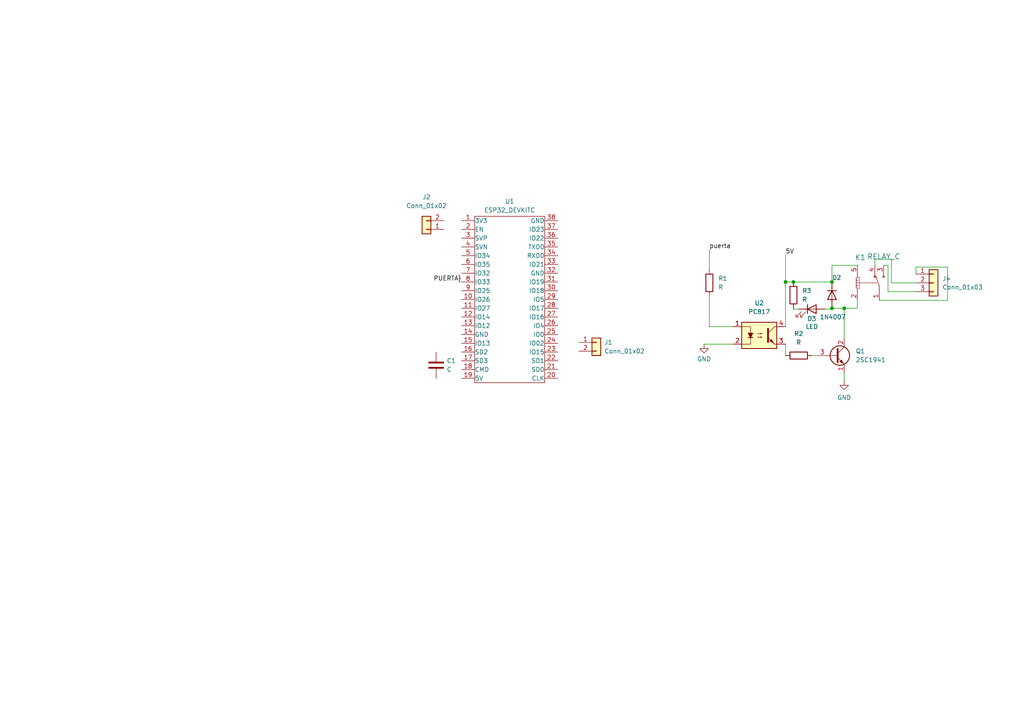
<source format=kicad_sch>
(kicad_sch
	(version 20250114)
	(generator "eeschema")
	(generator_version "9.0")
	(uuid "62cd6738-7e3c-4400-b5dc-5d24721fd673")
	(paper "A4")
	(lib_symbols
		(symbol "Connector_Generic:Conn_01x02"
			(pin_names
				(offset 1.016)
				(hide yes)
			)
			(exclude_from_sim no)
			(in_bom yes)
			(on_board yes)
			(property "Reference" "J"
				(at 0 2.54 0)
				(effects
					(font
						(size 1.27 1.27)
					)
				)
			)
			(property "Value" "Conn_01x02"
				(at 0 -5.08 0)
				(effects
					(font
						(size 1.27 1.27)
					)
				)
			)
			(property "Footprint" ""
				(at 0 0 0)
				(effects
					(font
						(size 1.27 1.27)
					)
					(hide yes)
				)
			)
			(property "Datasheet" "~"
				(at 0 0 0)
				(effects
					(font
						(size 1.27 1.27)
					)
					(hide yes)
				)
			)
			(property "Description" "Generic connector, single row, 01x02, script generated (kicad-library-utils/schlib/autogen/connector/)"
				(at 0 0 0)
				(effects
					(font
						(size 1.27 1.27)
					)
					(hide yes)
				)
			)
			(property "ki_keywords" "connector"
				(at 0 0 0)
				(effects
					(font
						(size 1.27 1.27)
					)
					(hide yes)
				)
			)
			(property "ki_fp_filters" "Connector*:*_1x??_*"
				(at 0 0 0)
				(effects
					(font
						(size 1.27 1.27)
					)
					(hide yes)
				)
			)
			(symbol "Conn_01x02_1_1"
				(rectangle
					(start -1.27 1.27)
					(end 1.27 -3.81)
					(stroke
						(width 0.254)
						(type default)
					)
					(fill
						(type background)
					)
				)
				(rectangle
					(start -1.27 0.127)
					(end 0 -0.127)
					(stroke
						(width 0.1524)
						(type default)
					)
					(fill
						(type none)
					)
				)
				(rectangle
					(start -1.27 -2.413)
					(end 0 -2.667)
					(stroke
						(width 0.1524)
						(type default)
					)
					(fill
						(type none)
					)
				)
				(pin passive line
					(at -5.08 0 0)
					(length 3.81)
					(name "Pin_1"
						(effects
							(font
								(size 1.27 1.27)
							)
						)
					)
					(number "1"
						(effects
							(font
								(size 1.27 1.27)
							)
						)
					)
				)
				(pin passive line
					(at -5.08 -2.54 0)
					(length 3.81)
					(name "Pin_2"
						(effects
							(font
								(size 1.27 1.27)
							)
						)
					)
					(number "2"
						(effects
							(font
								(size 1.27 1.27)
							)
						)
					)
				)
			)
			(embedded_fonts no)
		)
		(symbol "Connector_Generic:Conn_01x03"
			(pin_names
				(offset 1.016)
				(hide yes)
			)
			(exclude_from_sim no)
			(in_bom yes)
			(on_board yes)
			(property "Reference" "J"
				(at 0 5.08 0)
				(effects
					(font
						(size 1.27 1.27)
					)
				)
			)
			(property "Value" "Conn_01x03"
				(at 0 -5.08 0)
				(effects
					(font
						(size 1.27 1.27)
					)
				)
			)
			(property "Footprint" ""
				(at 0 0 0)
				(effects
					(font
						(size 1.27 1.27)
					)
					(hide yes)
				)
			)
			(property "Datasheet" "~"
				(at 0 0 0)
				(effects
					(font
						(size 1.27 1.27)
					)
					(hide yes)
				)
			)
			(property "Description" "Generic connector, single row, 01x03, script generated (kicad-library-utils/schlib/autogen/connector/)"
				(at 0 0 0)
				(effects
					(font
						(size 1.27 1.27)
					)
					(hide yes)
				)
			)
			(property "ki_keywords" "connector"
				(at 0 0 0)
				(effects
					(font
						(size 1.27 1.27)
					)
					(hide yes)
				)
			)
			(property "ki_fp_filters" "Connector*:*_1x??_*"
				(at 0 0 0)
				(effects
					(font
						(size 1.27 1.27)
					)
					(hide yes)
				)
			)
			(symbol "Conn_01x03_1_1"
				(rectangle
					(start -1.27 3.81)
					(end 1.27 -3.81)
					(stroke
						(width 0.254)
						(type default)
					)
					(fill
						(type background)
					)
				)
				(rectangle
					(start -1.27 2.667)
					(end 0 2.413)
					(stroke
						(width 0.1524)
						(type default)
					)
					(fill
						(type none)
					)
				)
				(rectangle
					(start -1.27 0.127)
					(end 0 -0.127)
					(stroke
						(width 0.1524)
						(type default)
					)
					(fill
						(type none)
					)
				)
				(rectangle
					(start -1.27 -2.413)
					(end 0 -2.667)
					(stroke
						(width 0.1524)
						(type default)
					)
					(fill
						(type none)
					)
				)
				(pin passive line
					(at -5.08 2.54 0)
					(length 3.81)
					(name "Pin_1"
						(effects
							(font
								(size 1.27 1.27)
							)
						)
					)
					(number "1"
						(effects
							(font
								(size 1.27 1.27)
							)
						)
					)
				)
				(pin passive line
					(at -5.08 0 0)
					(length 3.81)
					(name "Pin_2"
						(effects
							(font
								(size 1.27 1.27)
							)
						)
					)
					(number "2"
						(effects
							(font
								(size 1.27 1.27)
							)
						)
					)
				)
				(pin passive line
					(at -5.08 -2.54 0)
					(length 3.81)
					(name "Pin_3"
						(effects
							(font
								(size 1.27 1.27)
							)
						)
					)
					(number "3"
						(effects
							(font
								(size 1.27 1.27)
							)
						)
					)
				)
			)
			(embedded_fonts no)
		)
		(symbol "Device:C"
			(pin_numbers
				(hide yes)
			)
			(pin_names
				(offset 0.254)
			)
			(exclude_from_sim no)
			(in_bom yes)
			(on_board yes)
			(property "Reference" "C"
				(at 0.635 2.54 0)
				(effects
					(font
						(size 1.27 1.27)
					)
					(justify left)
				)
			)
			(property "Value" "C"
				(at 0.635 -2.54 0)
				(effects
					(font
						(size 1.27 1.27)
					)
					(justify left)
				)
			)
			(property "Footprint" ""
				(at 0.9652 -3.81 0)
				(effects
					(font
						(size 1.27 1.27)
					)
					(hide yes)
				)
			)
			(property "Datasheet" "~"
				(at 0 0 0)
				(effects
					(font
						(size 1.27 1.27)
					)
					(hide yes)
				)
			)
			(property "Description" "Unpolarized capacitor"
				(at 0 0 0)
				(effects
					(font
						(size 1.27 1.27)
					)
					(hide yes)
				)
			)
			(property "ki_keywords" "cap capacitor"
				(at 0 0 0)
				(effects
					(font
						(size 1.27 1.27)
					)
					(hide yes)
				)
			)
			(property "ki_fp_filters" "C_*"
				(at 0 0 0)
				(effects
					(font
						(size 1.27 1.27)
					)
					(hide yes)
				)
			)
			(symbol "C_0_1"
				(polyline
					(pts
						(xy -2.032 0.762) (xy 2.032 0.762)
					)
					(stroke
						(width 0.508)
						(type default)
					)
					(fill
						(type none)
					)
				)
				(polyline
					(pts
						(xy -2.032 -0.762) (xy 2.032 -0.762)
					)
					(stroke
						(width 0.508)
						(type default)
					)
					(fill
						(type none)
					)
				)
			)
			(symbol "C_1_1"
				(pin passive line
					(at 0 3.81 270)
					(length 2.794)
					(name "~"
						(effects
							(font
								(size 1.27 1.27)
							)
						)
					)
					(number "1"
						(effects
							(font
								(size 1.27 1.27)
							)
						)
					)
				)
				(pin passive line
					(at 0 -3.81 90)
					(length 2.794)
					(name "~"
						(effects
							(font
								(size 1.27 1.27)
							)
						)
					)
					(number "2"
						(effects
							(font
								(size 1.27 1.27)
							)
						)
					)
				)
			)
			(embedded_fonts no)
		)
		(symbol "Device:LED"
			(pin_numbers
				(hide yes)
			)
			(pin_names
				(offset 1.016)
				(hide yes)
			)
			(exclude_from_sim no)
			(in_bom yes)
			(on_board yes)
			(property "Reference" "D"
				(at 0 2.54 0)
				(effects
					(font
						(size 1.27 1.27)
					)
				)
			)
			(property "Value" "LED"
				(at 0 -2.54 0)
				(effects
					(font
						(size 1.27 1.27)
					)
				)
			)
			(property "Footprint" ""
				(at 0 0 0)
				(effects
					(font
						(size 1.27 1.27)
					)
					(hide yes)
				)
			)
			(property "Datasheet" "~"
				(at 0 0 0)
				(effects
					(font
						(size 1.27 1.27)
					)
					(hide yes)
				)
			)
			(property "Description" "Light emitting diode"
				(at 0 0 0)
				(effects
					(font
						(size 1.27 1.27)
					)
					(hide yes)
				)
			)
			(property "Sim.Pins" "1=K 2=A"
				(at 0 0 0)
				(effects
					(font
						(size 1.27 1.27)
					)
					(hide yes)
				)
			)
			(property "ki_keywords" "LED diode"
				(at 0 0 0)
				(effects
					(font
						(size 1.27 1.27)
					)
					(hide yes)
				)
			)
			(property "ki_fp_filters" "LED* LED_SMD:* LED_THT:*"
				(at 0 0 0)
				(effects
					(font
						(size 1.27 1.27)
					)
					(hide yes)
				)
			)
			(symbol "LED_0_1"
				(polyline
					(pts
						(xy -3.048 -0.762) (xy -4.572 -2.286) (xy -3.81 -2.286) (xy -4.572 -2.286) (xy -4.572 -1.524)
					)
					(stroke
						(width 0)
						(type default)
					)
					(fill
						(type none)
					)
				)
				(polyline
					(pts
						(xy -1.778 -0.762) (xy -3.302 -2.286) (xy -2.54 -2.286) (xy -3.302 -2.286) (xy -3.302 -1.524)
					)
					(stroke
						(width 0)
						(type default)
					)
					(fill
						(type none)
					)
				)
				(polyline
					(pts
						(xy -1.27 0) (xy 1.27 0)
					)
					(stroke
						(width 0)
						(type default)
					)
					(fill
						(type none)
					)
				)
				(polyline
					(pts
						(xy -1.27 -1.27) (xy -1.27 1.27)
					)
					(stroke
						(width 0.254)
						(type default)
					)
					(fill
						(type none)
					)
				)
				(polyline
					(pts
						(xy 1.27 -1.27) (xy 1.27 1.27) (xy -1.27 0) (xy 1.27 -1.27)
					)
					(stroke
						(width 0.254)
						(type default)
					)
					(fill
						(type none)
					)
				)
			)
			(symbol "LED_1_1"
				(pin passive line
					(at -3.81 0 0)
					(length 2.54)
					(name "K"
						(effects
							(font
								(size 1.27 1.27)
							)
						)
					)
					(number "1"
						(effects
							(font
								(size 1.27 1.27)
							)
						)
					)
				)
				(pin passive line
					(at 3.81 0 180)
					(length 2.54)
					(name "A"
						(effects
							(font
								(size 1.27 1.27)
							)
						)
					)
					(number "2"
						(effects
							(font
								(size 1.27 1.27)
							)
						)
					)
				)
			)
			(embedded_fonts no)
		)
		(symbol "Device:R"
			(pin_numbers
				(hide yes)
			)
			(pin_names
				(offset 0)
			)
			(exclude_from_sim no)
			(in_bom yes)
			(on_board yes)
			(property "Reference" "R"
				(at 2.032 0 90)
				(effects
					(font
						(size 1.27 1.27)
					)
				)
			)
			(property "Value" "R"
				(at 0 0 90)
				(effects
					(font
						(size 1.27 1.27)
					)
				)
			)
			(property "Footprint" ""
				(at -1.778 0 90)
				(effects
					(font
						(size 1.27 1.27)
					)
					(hide yes)
				)
			)
			(property "Datasheet" "~"
				(at 0 0 0)
				(effects
					(font
						(size 1.27 1.27)
					)
					(hide yes)
				)
			)
			(property "Description" "Resistor"
				(at 0 0 0)
				(effects
					(font
						(size 1.27 1.27)
					)
					(hide yes)
				)
			)
			(property "ki_keywords" "R res resistor"
				(at 0 0 0)
				(effects
					(font
						(size 1.27 1.27)
					)
					(hide yes)
				)
			)
			(property "ki_fp_filters" "R_*"
				(at 0 0 0)
				(effects
					(font
						(size 1.27 1.27)
					)
					(hide yes)
				)
			)
			(symbol "R_0_1"
				(rectangle
					(start -1.016 -2.54)
					(end 1.016 2.54)
					(stroke
						(width 0.254)
						(type default)
					)
					(fill
						(type none)
					)
				)
			)
			(symbol "R_1_1"
				(pin passive line
					(at 0 3.81 270)
					(length 1.27)
					(name "~"
						(effects
							(font
								(size 1.27 1.27)
							)
						)
					)
					(number "1"
						(effects
							(font
								(size 1.27 1.27)
							)
						)
					)
				)
				(pin passive line
					(at 0 -3.81 90)
					(length 1.27)
					(name "~"
						(effects
							(font
								(size 1.27 1.27)
							)
						)
					)
					(number "2"
						(effects
							(font
								(size 1.27 1.27)
							)
						)
					)
				)
			)
			(embedded_fonts no)
		)
		(symbol "Diode:1N4007"
			(pin_numbers
				(hide yes)
			)
			(pin_names
				(hide yes)
			)
			(exclude_from_sim no)
			(in_bom yes)
			(on_board yes)
			(property "Reference" "D"
				(at 0 2.54 0)
				(effects
					(font
						(size 1.27 1.27)
					)
				)
			)
			(property "Value" "1N4007"
				(at 0 -2.54 0)
				(effects
					(font
						(size 1.27 1.27)
					)
				)
			)
			(property "Footprint" "Diode_THT:D_DO-41_SOD81_P10.16mm_Horizontal"
				(at 0 -4.445 0)
				(effects
					(font
						(size 1.27 1.27)
					)
					(hide yes)
				)
			)
			(property "Datasheet" "http://www.vishay.com/docs/88503/1n4001.pdf"
				(at 0 0 0)
				(effects
					(font
						(size 1.27 1.27)
					)
					(hide yes)
				)
			)
			(property "Description" "1000V 1A General Purpose Rectifier Diode, DO-41"
				(at 0 0 0)
				(effects
					(font
						(size 1.27 1.27)
					)
					(hide yes)
				)
			)
			(property "Sim.Device" "D"
				(at 0 0 0)
				(effects
					(font
						(size 1.27 1.27)
					)
					(hide yes)
				)
			)
			(property "Sim.Pins" "1=K 2=A"
				(at 0 0 0)
				(effects
					(font
						(size 1.27 1.27)
					)
					(hide yes)
				)
			)
			(property "ki_keywords" "diode"
				(at 0 0 0)
				(effects
					(font
						(size 1.27 1.27)
					)
					(hide yes)
				)
			)
			(property "ki_fp_filters" "D*DO?41*"
				(at 0 0 0)
				(effects
					(font
						(size 1.27 1.27)
					)
					(hide yes)
				)
			)
			(symbol "1N4007_0_1"
				(polyline
					(pts
						(xy -1.27 1.27) (xy -1.27 -1.27)
					)
					(stroke
						(width 0.254)
						(type default)
					)
					(fill
						(type none)
					)
				)
				(polyline
					(pts
						(xy 1.27 1.27) (xy 1.27 -1.27) (xy -1.27 0) (xy 1.27 1.27)
					)
					(stroke
						(width 0.254)
						(type default)
					)
					(fill
						(type none)
					)
				)
				(polyline
					(pts
						(xy 1.27 0) (xy -1.27 0)
					)
					(stroke
						(width 0)
						(type default)
					)
					(fill
						(type none)
					)
				)
			)
			(symbol "1N4007_1_1"
				(pin passive line
					(at -3.81 0 0)
					(length 2.54)
					(name "K"
						(effects
							(font
								(size 1.27 1.27)
							)
						)
					)
					(number "1"
						(effects
							(font
								(size 1.27 1.27)
							)
						)
					)
				)
				(pin passive line
					(at 3.81 0 180)
					(length 2.54)
					(name "A"
						(effects
							(font
								(size 1.27 1.27)
							)
						)
					)
					(number "2"
						(effects
							(font
								(size 1.27 1.27)
							)
						)
					)
				)
			)
			(embedded_fonts no)
		)
		(symbol "EESTN5:ESP32_DEVKITC"
			(pin_names
				(offset 0.0254)
			)
			(exclude_from_sim no)
			(in_bom yes)
			(on_board yes)
			(property "Reference" "U"
				(at 0 25.4 0)
				(effects
					(font
						(size 1.27 1.27)
					)
				)
			)
			(property "Value" "ESP32_DEVKITC"
				(at 0 -25.4 0)
				(effects
					(font
						(size 1.27 1.27)
					)
				)
			)
			(property "Footprint" ""
				(at -7.62 -25.4 0)
				(effects
					(font
						(size 1.27 1.27)
					)
					(hide yes)
				)
			)
			(property "Datasheet" ""
				(at -7.62 -25.4 0)
				(effects
					(font
						(size 1.27 1.27)
					)
					(hide yes)
				)
			)
			(property "Description" "ESP32-DEVKITC"
				(at 0 0 0)
				(effects
					(font
						(size 1.27 1.27)
					)
					(hide yes)
				)
			)
			(property "ki_fp_filters" "ESP32*"
				(at 0 0 0)
				(effects
					(font
						(size 1.27 1.27)
					)
					(hide yes)
				)
			)
			(symbol "ESP32_DEVKITC_0_1"
				(rectangle
					(start -10.16 24.13)
					(end 10.16 -24.13)
					(stroke
						(width 0)
						(type solid)
					)
					(fill
						(type none)
					)
				)
			)
			(symbol "ESP32_DEVKITC_1_1"
				(pin passive line
					(at -13.97 22.86 0)
					(length 3.81)
					(name "3V3"
						(effects
							(font
								(size 1.27 1.27)
							)
						)
					)
					(number "1"
						(effects
							(font
								(size 1.27 1.27)
							)
						)
					)
				)
				(pin passive line
					(at -13.97 20.32 0)
					(length 3.81)
					(name "EN"
						(effects
							(font
								(size 1.27 1.27)
							)
						)
					)
					(number "2"
						(effects
							(font
								(size 1.27 1.27)
							)
						)
					)
				)
				(pin passive line
					(at -13.97 17.78 0)
					(length 3.81)
					(name "SVP"
						(effects
							(font
								(size 1.27 1.27)
							)
						)
					)
					(number "3"
						(effects
							(font
								(size 1.27 1.27)
							)
						)
					)
				)
				(pin passive line
					(at -13.97 15.24 0)
					(length 3.81)
					(name "SVN"
						(effects
							(font
								(size 1.27 1.27)
							)
						)
					)
					(number "4"
						(effects
							(font
								(size 1.27 1.27)
							)
						)
					)
				)
				(pin passive line
					(at -13.97 12.7 0)
					(length 3.81)
					(name "IO34"
						(effects
							(font
								(size 1.27 1.27)
							)
						)
					)
					(number "5"
						(effects
							(font
								(size 1.27 1.27)
							)
						)
					)
				)
				(pin passive line
					(at -13.97 10.16 0)
					(length 3.81)
					(name "IO35"
						(effects
							(font
								(size 1.27 1.27)
							)
						)
					)
					(number "6"
						(effects
							(font
								(size 1.27 1.27)
							)
						)
					)
				)
				(pin passive line
					(at -13.97 7.62 0)
					(length 3.81)
					(name "IO32"
						(effects
							(font
								(size 1.27 1.27)
							)
						)
					)
					(number "7"
						(effects
							(font
								(size 1.27 1.27)
							)
						)
					)
				)
				(pin passive line
					(at -13.97 5.08 0)
					(length 3.81)
					(name "IO33"
						(effects
							(font
								(size 1.27 1.27)
							)
						)
					)
					(number "8"
						(effects
							(font
								(size 1.27 1.27)
							)
						)
					)
				)
				(pin passive line
					(at -13.97 2.54 0)
					(length 3.81)
					(name "IO25"
						(effects
							(font
								(size 1.27 1.27)
							)
						)
					)
					(number "9"
						(effects
							(font
								(size 1.27 1.27)
							)
						)
					)
				)
				(pin passive line
					(at -13.97 0 0)
					(length 3.81)
					(name "IO26"
						(effects
							(font
								(size 1.27 1.27)
							)
						)
					)
					(number "10"
						(effects
							(font
								(size 1.27 1.27)
							)
						)
					)
				)
				(pin passive line
					(at -13.97 -2.54 0)
					(length 3.81)
					(name "IO27"
						(effects
							(font
								(size 1.27 1.27)
							)
						)
					)
					(number "11"
						(effects
							(font
								(size 1.27 1.27)
							)
						)
					)
				)
				(pin passive line
					(at -13.97 -5.08 0)
					(length 3.81)
					(name "IO14"
						(effects
							(font
								(size 1.27 1.27)
							)
						)
					)
					(number "12"
						(effects
							(font
								(size 1.27 1.27)
							)
						)
					)
				)
				(pin passive line
					(at -13.97 -7.62 0)
					(length 3.81)
					(name "IO12"
						(effects
							(font
								(size 1.27 1.27)
							)
						)
					)
					(number "13"
						(effects
							(font
								(size 1.27 1.27)
							)
						)
					)
				)
				(pin passive line
					(at -13.97 -10.16 0)
					(length 3.81)
					(name "GND"
						(effects
							(font
								(size 1.27 1.27)
							)
						)
					)
					(number "14"
						(effects
							(font
								(size 1.27 1.27)
							)
						)
					)
				)
				(pin passive line
					(at -13.97 -12.7 0)
					(length 3.81)
					(name "IO13"
						(effects
							(font
								(size 1.27 1.27)
							)
						)
					)
					(number "15"
						(effects
							(font
								(size 1.27 1.27)
							)
						)
					)
				)
				(pin passive line
					(at -13.97 -15.24 0)
					(length 3.81)
					(name "SD2"
						(effects
							(font
								(size 1.27 1.27)
							)
						)
					)
					(number "16"
						(effects
							(font
								(size 1.27 1.27)
							)
						)
					)
				)
				(pin passive line
					(at -13.97 -17.78 0)
					(length 3.81)
					(name "SD3"
						(effects
							(font
								(size 1.27 1.27)
							)
						)
					)
					(number "17"
						(effects
							(font
								(size 1.27 1.27)
							)
						)
					)
				)
				(pin passive line
					(at -13.97 -20.32 0)
					(length 3.81)
					(name "CMD"
						(effects
							(font
								(size 1.27 1.27)
							)
						)
					)
					(number "18"
						(effects
							(font
								(size 1.27 1.27)
							)
						)
					)
				)
				(pin passive line
					(at -13.97 -22.86 0)
					(length 3.81)
					(name "5V"
						(effects
							(font
								(size 1.27 1.27)
							)
						)
					)
					(number "19"
						(effects
							(font
								(size 1.27 1.27)
							)
						)
					)
				)
				(pin passive line
					(at 13.97 22.86 180)
					(length 3.81)
					(name "GND"
						(effects
							(font
								(size 1.27 1.27)
							)
						)
					)
					(number "38"
						(effects
							(font
								(size 1.27 1.27)
							)
						)
					)
				)
				(pin passive line
					(at 13.97 20.32 180)
					(length 3.81)
					(name "IO23"
						(effects
							(font
								(size 1.27 1.27)
							)
						)
					)
					(number "37"
						(effects
							(font
								(size 1.27 1.27)
							)
						)
					)
				)
				(pin passive line
					(at 13.97 17.78 180)
					(length 3.81)
					(name "IO22"
						(effects
							(font
								(size 1.27 1.27)
							)
						)
					)
					(number "36"
						(effects
							(font
								(size 1.27 1.27)
							)
						)
					)
				)
				(pin passive line
					(at 13.97 15.24 180)
					(length 3.81)
					(name "TXD0"
						(effects
							(font
								(size 1.27 1.27)
							)
						)
					)
					(number "35"
						(effects
							(font
								(size 1.27 1.27)
							)
						)
					)
				)
				(pin passive line
					(at 13.97 12.7 180)
					(length 3.81)
					(name "RXD0"
						(effects
							(font
								(size 1.27 1.27)
							)
						)
					)
					(number "34"
						(effects
							(font
								(size 1.27 1.27)
							)
						)
					)
				)
				(pin passive line
					(at 13.97 10.16 180)
					(length 3.81)
					(name "IO21"
						(effects
							(font
								(size 1.27 1.27)
							)
						)
					)
					(number "33"
						(effects
							(font
								(size 1.27 1.27)
							)
						)
					)
				)
				(pin passive line
					(at 13.97 7.62 180)
					(length 3.81)
					(name "GND"
						(effects
							(font
								(size 1.27 1.27)
							)
						)
					)
					(number "32"
						(effects
							(font
								(size 1.27 1.27)
							)
						)
					)
				)
				(pin passive line
					(at 13.97 5.08 180)
					(length 3.81)
					(name "IO19"
						(effects
							(font
								(size 1.27 1.27)
							)
						)
					)
					(number "31"
						(effects
							(font
								(size 1.27 1.27)
							)
						)
					)
				)
				(pin passive line
					(at 13.97 2.54 180)
					(length 3.81)
					(name "IO18"
						(effects
							(font
								(size 1.27 1.27)
							)
						)
					)
					(number "30"
						(effects
							(font
								(size 1.27 1.27)
							)
						)
					)
				)
				(pin passive line
					(at 13.97 0 180)
					(length 3.81)
					(name "IO5"
						(effects
							(font
								(size 1.27 1.27)
							)
						)
					)
					(number "29"
						(effects
							(font
								(size 1.27 1.27)
							)
						)
					)
				)
				(pin passive line
					(at 13.97 -2.54 180)
					(length 3.81)
					(name "IO17"
						(effects
							(font
								(size 1.27 1.27)
							)
						)
					)
					(number "28"
						(effects
							(font
								(size 1.27 1.27)
							)
						)
					)
				)
				(pin passive line
					(at 13.97 -5.08 180)
					(length 3.81)
					(name "IO16"
						(effects
							(font
								(size 1.27 1.27)
							)
						)
					)
					(number "27"
						(effects
							(font
								(size 1.27 1.27)
							)
						)
					)
				)
				(pin passive line
					(at 13.97 -7.62 180)
					(length 3.81)
					(name "IO4"
						(effects
							(font
								(size 1.27 1.27)
							)
						)
					)
					(number "26"
						(effects
							(font
								(size 1.27 1.27)
							)
						)
					)
				)
				(pin passive line
					(at 13.97 -10.16 180)
					(length 3.81)
					(name "IO0"
						(effects
							(font
								(size 1.27 1.27)
							)
						)
					)
					(number "25"
						(effects
							(font
								(size 1.27 1.27)
							)
						)
					)
				)
				(pin passive line
					(at 13.97 -12.7 180)
					(length 3.81)
					(name "IO02"
						(effects
							(font
								(size 1.27 1.27)
							)
						)
					)
					(number "24"
						(effects
							(font
								(size 1.27 1.27)
							)
						)
					)
				)
				(pin passive line
					(at 13.97 -15.24 180)
					(length 3.81)
					(name "IO15"
						(effects
							(font
								(size 1.27 1.27)
							)
						)
					)
					(number "23"
						(effects
							(font
								(size 1.27 1.27)
							)
						)
					)
				)
				(pin passive line
					(at 13.97 -17.78 180)
					(length 3.81)
					(name "SD1"
						(effects
							(font
								(size 1.27 1.27)
							)
						)
					)
					(number "22"
						(effects
							(font
								(size 1.27 1.27)
							)
						)
					)
				)
				(pin passive line
					(at 13.97 -20.32 180)
					(length 3.81)
					(name "SD0"
						(effects
							(font
								(size 1.27 1.27)
							)
						)
					)
					(number "21"
						(effects
							(font
								(size 1.27 1.27)
							)
						)
					)
				)
				(pin passive line
					(at 13.97 -22.86 180)
					(length 3.81)
					(name "CLK"
						(effects
							(font
								(size 1.27 1.27)
							)
						)
					)
					(number "20"
						(effects
							(font
								(size 1.27 1.27)
							)
						)
					)
				)
			)
			(embedded_fonts no)
		)
		(symbol "EESTN5:PC817"
			(pin_names
				(offset 1.016)
			)
			(exclude_from_sim no)
			(in_bom yes)
			(on_board yes)
			(property "Reference" "U"
				(at -5.08 5.08 0)
				(effects
					(font
						(size 1.27 1.27)
					)
					(justify left)
				)
			)
			(property "Value" "PC817"
				(at 0 5.08 0)
				(effects
					(font
						(size 1.27 1.27)
					)
					(justify left)
				)
			)
			(property "Footprint" "Housings_DIP:DIP-4_W7.62mm"
				(at -5.08 -5.08 0)
				(effects
					(font
						(size 1.27 1.27)
						(italic yes)
					)
					(justify left)
					(hide yes)
				)
			)
			(property "Datasheet" "http://www.soselectronic.cz/a_info/resource/d/pc817.pdf"
				(at 0 0 0)
				(effects
					(font
						(size 1.27 1.27)
					)
					(justify left)
					(hide yes)
				)
			)
			(property "Description" "DC Optocoupler, Vce 35V, CTR 50-300%, DIP4"
				(at 0 0 0)
				(effects
					(font
						(size 1.27 1.27)
					)
					(hide yes)
				)
			)
			(property "ki_keywords" "NPN DC Optocoupler"
				(at 0 0 0)
				(effects
					(font
						(size 1.27 1.27)
					)
					(hide yes)
				)
			)
			(property "ki_fp_filters" "DIP*W7.62mm*"
				(at 0 0 0)
				(effects
					(font
						(size 1.27 1.27)
					)
					(hide yes)
				)
			)
			(symbol "PC817_0_1"
				(rectangle
					(start -5.08 3.81)
					(end 5.08 -3.81)
					(stroke
						(width 0.254)
						(type solid)
					)
					(fill
						(type background)
					)
				)
				(polyline
					(pts
						(xy -5.08 2.54) (xy -2.54 2.54) (xy -2.54 0.635)
					)
					(stroke
						(width 0)
						(type solid)
					)
					(fill
						(type none)
					)
				)
				(polyline
					(pts
						(xy -3.175 -0.635) (xy -1.905 -0.635)
					)
					(stroke
						(width 0.254)
						(type solid)
					)
					(fill
						(type none)
					)
				)
				(polyline
					(pts
						(xy -2.54 -0.635) (xy -2.54 -2.54) (xy -5.08 -2.54)
					)
					(stroke
						(width 0)
						(type solid)
					)
					(fill
						(type none)
					)
				)
				(polyline
					(pts
						(xy -2.54 -0.635) (xy -3.175 0.635) (xy -1.905 0.635) (xy -2.54 -0.635)
					)
					(stroke
						(width 0.254)
						(type solid)
					)
					(fill
						(type outline)
					)
				)
				(polyline
					(pts
						(xy -0.508 0.508) (xy 0.762 0.508) (xy 0.381 0.381) (xy 0.381 0.635) (xy 0.762 0.508)
					)
					(stroke
						(width 0)
						(type solid)
					)
					(fill
						(type none)
					)
				)
				(polyline
					(pts
						(xy -0.508 -0.508) (xy 0.762 -0.508) (xy 0.381 -0.635) (xy 0.381 -0.381) (xy 0.762 -0.508)
					)
					(stroke
						(width 0)
						(type solid)
					)
					(fill
						(type none)
					)
				)
				(polyline
					(pts
						(xy 2.54 1.905) (xy 2.54 -1.905) (xy 2.54 -1.905)
					)
					(stroke
						(width 0.508)
						(type solid)
					)
					(fill
						(type none)
					)
				)
				(polyline
					(pts
						(xy 2.54 0.635) (xy 4.445 2.54)
					)
					(stroke
						(width 0)
						(type solid)
					)
					(fill
						(type none)
					)
				)
				(polyline
					(pts
						(xy 3.048 -1.651) (xy 3.556 -1.143) (xy 4.064 -2.159) (xy 3.048 -1.651) (xy 3.048 -1.651)
					)
					(stroke
						(width 0)
						(type solid)
					)
					(fill
						(type outline)
					)
				)
				(polyline
					(pts
						(xy 4.445 2.54) (xy 5.08 2.54)
					)
					(stroke
						(width 0)
						(type solid)
					)
					(fill
						(type none)
					)
				)
				(polyline
					(pts
						(xy 4.445 -2.54) (xy 2.54 -0.635)
					)
					(stroke
						(width 0)
						(type solid)
					)
					(fill
						(type outline)
					)
				)
				(polyline
					(pts
						(xy 4.445 -2.54) (xy 5.08 -2.54)
					)
					(stroke
						(width 0)
						(type solid)
					)
					(fill
						(type none)
					)
				)
			)
			(symbol "PC817_1_1"
				(pin passive line
					(at -7.62 2.54 0)
					(length 2.54)
					(name "~"
						(effects
							(font
								(size 1.27 1.27)
							)
						)
					)
					(number "1"
						(effects
							(font
								(size 1.27 1.27)
							)
						)
					)
				)
				(pin passive line
					(at -7.62 -2.54 0)
					(length 2.54)
					(name "~"
						(effects
							(font
								(size 1.27 1.27)
							)
						)
					)
					(number "2"
						(effects
							(font
								(size 1.27 1.27)
							)
						)
					)
				)
				(pin passive line
					(at 7.62 2.54 180)
					(length 2.54)
					(name "~"
						(effects
							(font
								(size 1.27 1.27)
							)
						)
					)
					(number "4"
						(effects
							(font
								(size 1.27 1.27)
							)
						)
					)
				)
				(pin passive line
					(at 7.62 -2.54 180)
					(length 2.54)
					(name "~"
						(effects
							(font
								(size 1.27 1.27)
							)
						)
					)
					(number "3"
						(effects
							(font
								(size 1.27 1.27)
							)
						)
					)
				)
			)
			(embedded_fonts no)
		)
		(symbol "EESTN5:RELAY_C"
			(pin_names
				(offset 1.016)
			)
			(exclude_from_sim no)
			(in_bom yes)
			(on_board yes)
			(property "Reference" "K"
				(at 0 6.35 0)
				(effects
					(font
						(size 1.524 1.524)
					)
				)
			)
			(property "Value" "RELAY_C"
				(at 0 -5.969 0)
				(effects
					(font
						(size 1.524 1.524)
					)
				)
			)
			(property "Footprint" ""
				(at 0 0 0)
				(effects
					(font
						(size 1.524 1.524)
					)
				)
			)
			(property "Datasheet" ""
				(at 0 0 0)
				(effects
					(font
						(size 1.524 1.524)
					)
				)
			)
			(property "Description" ""
				(at 0 0 0)
				(effects
					(font
						(size 1.27 1.27)
					)
					(hide yes)
				)
			)
			(property "ki_fp_filters" "REL*"
				(at 0 0 0)
				(effects
					(font
						(size 1.27 1.27)
					)
					(hide yes)
				)
			)
			(symbol "RELAY_C_0_1"
				(polyline
					(pts
						(xy -1.778 3.302) (xy -1.27 3.302) (xy -1.27 3.302)
					)
					(stroke
						(width 0)
						(type solid)
					)
					(fill
						(type none)
					)
				)
				(polyline
					(pts
						(xy -1.524 3.81) (xy -2.54 3.81) (xy -2.54 3.81)
					)
					(stroke
						(width 0)
						(type solid)
					)
					(fill
						(type none)
					)
				)
				(polyline
					(pts
						(xy -1.524 -2.54) (xy -2.54 -2.54) (xy -2.54 -2.54)
					)
					(stroke
						(width 0)
						(type solid)
					)
					(fill
						(type none)
					)
				)
				(polyline
					(pts
						(xy -1.524 -2.54) (xy -1.016 -2.54) (xy 2.032 -1.524) (xy 2.032 -1.524)
					)
					(stroke
						(width 0)
						(type solid)
					)
					(fill
						(type none)
					)
				)
				(arc
					(start -1.524 3.81)
					(mid -1.143 4.1894)
					(end -0.762 3.81)
					(stroke
						(width 0)
						(type solid)
					)
					(fill
						(type none)
					)
				)
				(polyline
					(pts
						(xy -1.016 3.302) (xy -0.508 3.302) (xy -0.508 3.302)
					)
					(stroke
						(width 0)
						(type solid)
					)
					(fill
						(type none)
					)
				)
				(arc
					(start -0.762 3.81)
					(mid -0.381 4.1894)
					(end 0 3.81)
					(stroke
						(width 0)
						(type solid)
					)
					(fill
						(type none)
					)
				)
				(polyline
					(pts
						(xy -0.254 3.302) (xy 0.254 3.302) (xy 0.254 3.302)
					)
					(stroke
						(width 0)
						(type solid)
					)
					(fill
						(type none)
					)
				)
				(polyline
					(pts
						(xy 0 3.302) (xy 0 2.794) (xy 0 2.794)
					)
					(stroke
						(width 0)
						(type solid)
					)
					(fill
						(type none)
					)
				)
				(polyline
					(pts
						(xy 0 2.54) (xy 0 2.032) (xy 0 2.032)
					)
					(stroke
						(width 0)
						(type solid)
					)
					(fill
						(type none)
					)
				)
				(polyline
					(pts
						(xy 0 1.778) (xy 0 1.27) (xy 0 1.27)
					)
					(stroke
						(width 0)
						(type solid)
					)
					(fill
						(type none)
					)
				)
				(polyline
					(pts
						(xy 0 1.016) (xy 0 0.508) (xy 0 0.508)
					)
					(stroke
						(width 0)
						(type solid)
					)
					(fill
						(type none)
					)
				)
				(polyline
					(pts
						(xy 0 0.254) (xy 0 -0.254) (xy 0 -0.254)
					)
					(stroke
						(width 0)
						(type solid)
					)
					(fill
						(type none)
					)
				)
				(polyline
					(pts
						(xy 0 -0.508) (xy 0 -1.016) (xy 0 -1.016)
					)
					(stroke
						(width 0)
						(type solid)
					)
					(fill
						(type none)
					)
				)
				(polyline
					(pts
						(xy 0 -1.27) (xy 0 -1.778) (xy 0 -1.778)
					)
					(stroke
						(width 0)
						(type solid)
					)
					(fill
						(type none)
					)
				)
				(arc
					(start 0 3.81)
					(mid 0.381 4.1894)
					(end 0.762 3.81)
					(stroke
						(width 0)
						(type solid)
					)
					(fill
						(type none)
					)
				)
				(polyline
					(pts
						(xy 0.508 3.302) (xy 1.016 3.302) (xy 1.016 3.302)
					)
					(stroke
						(width 0)
						(type solid)
					)
					(fill
						(type none)
					)
				)
				(arc
					(start 0.762 3.81)
					(mid 1.143 4.1894)
					(end 1.524 3.81)
					(stroke
						(width 0)
						(type solid)
					)
					(fill
						(type none)
					)
				)
				(polyline
					(pts
						(xy 1.27 3.302) (xy 1.778 3.302) (xy 1.778 3.302)
					)
					(stroke
						(width 0)
						(type solid)
					)
					(fill
						(type none)
					)
				)
				(polyline
					(pts
						(xy 1.524 3.81) (xy 2.54 3.81) (xy 2.54 3.81)
					)
					(stroke
						(width 0)
						(type solid)
					)
					(fill
						(type none)
					)
				)
				(circle
					(center 1.778 -1.27)
					(radius 0.254)
					(stroke
						(width 0)
						(type solid)
					)
					(fill
						(type none)
					)
				)
				(circle
					(center 1.778 -3.81)
					(radius 0.254)
					(stroke
						(width 0)
						(type solid)
					)
					(fill
						(type none)
					)
				)
				(polyline
					(pts
						(xy 2.54 -1.27) (xy 1.778 -1.27) (xy 1.778 -1.27)
					)
					(stroke
						(width 0)
						(type solid)
					)
					(fill
						(type none)
					)
				)
				(polyline
					(pts
						(xy 2.54 -3.81) (xy 1.778 -3.81) (xy 1.778 -3.81)
					)
					(stroke
						(width 0)
						(type solid)
					)
					(fill
						(type none)
					)
				)
			)
			(symbol "RELAY_C_1_1"
				(pin passive line
					(at -5.08 3.81 0)
					(length 2.54)
					(name "~"
						(effects
							(font
								(size 1.27 1.27)
							)
						)
					)
					(number "2"
						(effects
							(font
								(size 1.27 1.27)
							)
						)
					)
				)
				(pin passive line
					(at -5.08 -2.54 0)
					(length 2.54)
					(name "~"
						(effects
							(font
								(size 1.27 1.27)
							)
						)
					)
					(number "1"
						(effects
							(font
								(size 1.27 1.27)
							)
						)
					)
				)
				(pin passive line
					(at 5.08 3.81 180)
					(length 2.54)
					(name "~"
						(effects
							(font
								(size 1.27 1.27)
							)
						)
					)
					(number "5"
						(effects
							(font
								(size 1.27 1.27)
							)
						)
					)
				)
				(pin passive line
					(at 5.08 -1.27 180)
					(length 2.54)
					(name "~"
						(effects
							(font
								(size 1.27 1.27)
							)
						)
					)
					(number "4"
						(effects
							(font
								(size 1.27 1.27)
							)
						)
					)
				)
				(pin passive line
					(at 5.08 -3.81 180)
					(length 2.54)
					(name "~"
						(effects
							(font
								(size 1.27 1.27)
							)
						)
					)
					(number "3"
						(effects
							(font
								(size 1.27 1.27)
							)
						)
					)
				)
			)
			(embedded_fonts no)
		)
		(symbol "Transistor_BJT:2SC1941"
			(pin_names
				(offset 0)
				(hide yes)
			)
			(exclude_from_sim no)
			(in_bom yes)
			(on_board yes)
			(property "Reference" "Q"
				(at 5.08 1.905 0)
				(effects
					(font
						(size 1.27 1.27)
					)
					(justify left)
				)
			)
			(property "Value" "2SC1941"
				(at 5.08 0 0)
				(effects
					(font
						(size 1.27 1.27)
					)
					(justify left)
				)
			)
			(property "Footprint" "Package_TO_SOT_THT:TO-92_Inline"
				(at 5.08 -1.905 0)
				(effects
					(font
						(size 1.27 1.27)
						(italic yes)
					)
					(justify left)
					(hide yes)
				)
			)
			(property "Datasheet" "http://rtellason.com/transdata/2sc1941.pdf"
				(at 0 0 0)
				(effects
					(font
						(size 1.27 1.27)
					)
					(justify left)
					(hide yes)
				)
			)
			(property "Description" "50mA Ic, 160V Vce, Audio High Voltage NPN Transistor, TO-92"
				(at 0 0 0)
				(effects
					(font
						(size 1.27 1.27)
					)
					(hide yes)
				)
			)
			(property "ki_keywords" "Audio High Voltage NPN Transistor"
				(at 0 0 0)
				(effects
					(font
						(size 1.27 1.27)
					)
					(hide yes)
				)
			)
			(property "ki_fp_filters" "TO?92*"
				(at 0 0 0)
				(effects
					(font
						(size 1.27 1.27)
					)
					(hide yes)
				)
			)
			(symbol "2SC1941_0_1"
				(polyline
					(pts
						(xy -2.54 0) (xy 0.635 0)
					)
					(stroke
						(width 0)
						(type default)
					)
					(fill
						(type none)
					)
				)
				(polyline
					(pts
						(xy 0.635 1.905) (xy 0.635 -1.905)
					)
					(stroke
						(width 0.508)
						(type default)
					)
					(fill
						(type none)
					)
				)
				(circle
					(center 1.27 0)
					(radius 2.8194)
					(stroke
						(width 0.254)
						(type default)
					)
					(fill
						(type none)
					)
				)
			)
			(symbol "2SC1941_1_1"
				(polyline
					(pts
						(xy 0.635 0.635) (xy 2.54 2.54)
					)
					(stroke
						(width 0)
						(type default)
					)
					(fill
						(type none)
					)
				)
				(polyline
					(pts
						(xy 0.635 -0.635) (xy 2.54 -2.54)
					)
					(stroke
						(width 0)
						(type default)
					)
					(fill
						(type none)
					)
				)
				(polyline
					(pts
						(xy 1.27 -1.778) (xy 1.778 -1.27) (xy 2.286 -2.286) (xy 1.27 -1.778)
					)
					(stroke
						(width 0)
						(type default)
					)
					(fill
						(type outline)
					)
				)
				(pin input line
					(at -5.08 0 0)
					(length 2.54)
					(name "B"
						(effects
							(font
								(size 1.27 1.27)
							)
						)
					)
					(number "3"
						(effects
							(font
								(size 1.27 1.27)
							)
						)
					)
				)
				(pin passive line
					(at 2.54 5.08 270)
					(length 2.54)
					(name "C"
						(effects
							(font
								(size 1.27 1.27)
							)
						)
					)
					(number "2"
						(effects
							(font
								(size 1.27 1.27)
							)
						)
					)
				)
				(pin passive line
					(at 2.54 -5.08 90)
					(length 2.54)
					(name "E"
						(effects
							(font
								(size 1.27 1.27)
							)
						)
					)
					(number "1"
						(effects
							(font
								(size 1.27 1.27)
							)
						)
					)
				)
			)
			(embedded_fonts no)
		)
		(symbol "power:GND"
			(power)
			(pin_numbers
				(hide yes)
			)
			(pin_names
				(offset 0)
				(hide yes)
			)
			(exclude_from_sim no)
			(in_bom yes)
			(on_board yes)
			(property "Reference" "#PWR"
				(at 0 -6.35 0)
				(effects
					(font
						(size 1.27 1.27)
					)
					(hide yes)
				)
			)
			(property "Value" "GND"
				(at 0 -3.81 0)
				(effects
					(font
						(size 1.27 1.27)
					)
				)
			)
			(property "Footprint" ""
				(at 0 0 0)
				(effects
					(font
						(size 1.27 1.27)
					)
					(hide yes)
				)
			)
			(property "Datasheet" ""
				(at 0 0 0)
				(effects
					(font
						(size 1.27 1.27)
					)
					(hide yes)
				)
			)
			(property "Description" "Power symbol creates a global label with name \"GND\" , ground"
				(at 0 0 0)
				(effects
					(font
						(size 1.27 1.27)
					)
					(hide yes)
				)
			)
			(property "ki_keywords" "global power"
				(at 0 0 0)
				(effects
					(font
						(size 1.27 1.27)
					)
					(hide yes)
				)
			)
			(symbol "GND_0_1"
				(polyline
					(pts
						(xy 0 0) (xy 0 -1.27) (xy 1.27 -1.27) (xy 0 -2.54) (xy -1.27 -1.27) (xy 0 -1.27)
					)
					(stroke
						(width 0)
						(type default)
					)
					(fill
						(type none)
					)
				)
			)
			(symbol "GND_1_1"
				(pin power_in line
					(at 0 0 270)
					(length 0)
					(name "~"
						(effects
							(font
								(size 1.27 1.27)
							)
						)
					)
					(number "1"
						(effects
							(font
								(size 1.27 1.27)
							)
						)
					)
				)
			)
			(embedded_fonts no)
		)
	)
	(junction
		(at 227.838 81.788)
		(diameter 0)
		(color 0 0 0 0)
		(uuid "0cc3a50d-29d9-43fb-a622-484469ea7248")
	)
	(junction
		(at 241.3 81.788)
		(diameter 0)
		(color 0 0 0 0)
		(uuid "138ecb7b-fe7c-4d96-9dbe-0f7c102bd1e8")
	)
	(junction
		(at 230.124 81.788)
		(diameter 0)
		(color 0 0 0 0)
		(uuid "52088783-89d1-4b6f-9b0e-1387c90edd39")
	)
	(junction
		(at 241.3 89.408)
		(diameter 0)
		(color 0 0 0 0)
		(uuid "c9a2f03f-3b83-4c81-8714-e659188e1e06")
	)
	(junction
		(at 244.856 89.408)
		(diameter 0)
		(color 0 0 0 0)
		(uuid "fbc6a9ed-efd8-4eed-b85c-b10566d4af91")
	)
	(wire
		(pts
			(xy 265.684 77.47) (xy 274.828 77.47)
		)
		(stroke
			(width 0)
			(type default)
		)
		(uuid "179ba73a-9207-43ba-9b54-a7bb56d3c48e")
	)
	(wire
		(pts
			(xy 248.666 87.122) (xy 248.666 89.408)
		)
		(stroke
			(width 0)
			(type default)
		)
		(uuid "1a5653a5-3c8b-4b5b-a4cd-9660637f89e5")
	)
	(wire
		(pts
			(xy 244.856 98.044) (xy 244.856 89.408)
		)
		(stroke
			(width 0)
			(type default)
		)
		(uuid "1b07e904-5e7f-481a-8af2-96c78945f841")
	)
	(wire
		(pts
			(xy 235.458 103.124) (xy 237.236 103.124)
		)
		(stroke
			(width 0)
			(type default)
		)
		(uuid "218272fc-2048-48ed-9c91-339875e0fdc0")
	)
	(wire
		(pts
			(xy 241.3 89.408) (xy 244.856 89.408)
		)
		(stroke
			(width 0)
			(type default)
		)
		(uuid "21d3886b-baf1-43dd-a5c4-c76f882f9619")
	)
	(wire
		(pts
			(xy 205.74 94.742) (xy 212.598 94.742)
		)
		(stroke
			(width 0)
			(type default)
		)
		(uuid "26826c92-705e-4133-a884-0114652f6d2d")
	)
	(wire
		(pts
			(xy 244.856 108.204) (xy 244.856 110.49)
		)
		(stroke
			(width 0)
			(type default)
		)
		(uuid "2c8913b3-cd7e-46bf-8ede-216454b4c3b9")
	)
	(wire
		(pts
			(xy 257.556 84.582) (xy 257.556 76.962)
		)
		(stroke
			(width 0)
			(type default)
		)
		(uuid "35d00209-da4d-47a2-81d9-6a096fb15f54")
	)
	(wire
		(pts
			(xy 241.3 89.662) (xy 241.3 89.408)
		)
		(stroke
			(width 0)
			(type default)
		)
		(uuid "3706c379-3213-4a53-a763-e214c5d44521")
	)
	(wire
		(pts
			(xy 265.684 82.042) (xy 258.572 82.042)
		)
		(stroke
			(width 0)
			(type default)
		)
		(uuid "3dddcbae-c2c1-4efe-9cfe-c5d7bf52efec")
	)
	(wire
		(pts
			(xy 227.838 81.788) (xy 230.124 81.788)
		)
		(stroke
			(width 0)
			(type default)
		)
		(uuid "46de2125-886b-4e85-aa52-a707fd1b0017")
	)
	(wire
		(pts
			(xy 256.286 76.962) (xy 257.556 76.962)
		)
		(stroke
			(width 0)
			(type default)
		)
		(uuid "4abf877f-af6f-40a4-b170-01b7651675b8")
	)
	(wire
		(pts
			(xy 258.572 82.042) (xy 258.572 75.184)
		)
		(stroke
			(width 0)
			(type default)
		)
		(uuid "556825fc-7d95-4a11-97b1-90946b201fc4")
	)
	(wire
		(pts
			(xy 265.684 84.582) (xy 257.556 84.582)
		)
		(stroke
			(width 0)
			(type default)
		)
		(uuid "586886b6-9b6a-4b3b-8976-9a2a73eec2db")
	)
	(wire
		(pts
			(xy 227.838 94.742) (xy 227.838 81.788)
		)
		(stroke
			(width 0)
			(type default)
		)
		(uuid "68b072a1-20ba-4b64-948b-f045f7ce8ff6")
	)
	(wire
		(pts
			(xy 274.828 77.47) (xy 274.828 87.122)
		)
		(stroke
			(width 0)
			(type default)
		)
		(uuid "79fd212b-3a37-4d5b-a7a1-129ca7c38517")
	)
	(wire
		(pts
			(xy 230.124 81.788) (xy 241.3 81.788)
		)
		(stroke
			(width 0)
			(type default)
		)
		(uuid "844fc2cb-c26f-4c7f-80b7-2a95bdb6b6c7")
	)
	(wire
		(pts
			(xy 274.828 87.122) (xy 255.016 87.122)
		)
		(stroke
			(width 0)
			(type default)
		)
		(uuid "8c91fe12-3dac-47bb-ad11-7e4683b92aa6")
	)
	(wire
		(pts
			(xy 205.74 72.39) (xy 205.74 78.232)
		)
		(stroke
			(width 0)
			(type default)
		)
		(uuid "8d220e90-c467-46bb-a4f3-67aadf1e007a")
	)
	(wire
		(pts
			(xy 248.666 89.408) (xy 244.856 89.408)
		)
		(stroke
			(width 0)
			(type default)
		)
		(uuid "995561ba-2df8-4e3a-a788-9d76905e6a63")
	)
	(wire
		(pts
			(xy 248.666 76.962) (xy 241.3 76.962)
		)
		(stroke
			(width 0)
			(type default)
		)
		(uuid "a0d1ce60-339a-480a-abb5-4a1130518d28")
	)
	(wire
		(pts
			(xy 239.268 89.662) (xy 241.3 89.662)
		)
		(stroke
			(width 0)
			(type default)
		)
		(uuid "a1b6fa52-815e-4494-8e3d-efe81924bc57")
	)
	(wire
		(pts
			(xy 258.572 75.184) (xy 253.746 75.184)
		)
		(stroke
			(width 0)
			(type default)
		)
		(uuid "ab3fdd5c-fd80-4c53-a508-86b9e9a805f4")
	)
	(wire
		(pts
			(xy 265.684 79.502) (xy 265.684 77.47)
		)
		(stroke
			(width 0)
			(type default)
		)
		(uuid "acee2adb-6f76-45ae-9e9e-7e999285328c")
	)
	(wire
		(pts
			(xy 231.648 89.662) (xy 230.124 89.662)
		)
		(stroke
			(width 0)
			(type default)
		)
		(uuid "adf2e429-4f10-4cfc-99c6-b06833001607")
	)
	(wire
		(pts
			(xy 241.3 76.962) (xy 241.3 81.788)
		)
		(stroke
			(width 0)
			(type default)
		)
		(uuid "cfdb7003-55cd-4704-a439-57a42f686c8e")
	)
	(wire
		(pts
			(xy 205.74 85.852) (xy 205.74 94.742)
		)
		(stroke
			(width 0)
			(type default)
		)
		(uuid "d1ea7b48-5768-44fd-a429-53d1742fd0ee")
	)
	(wire
		(pts
			(xy 227.838 73.914) (xy 227.838 81.788)
		)
		(stroke
			(width 0)
			(type default)
		)
		(uuid "d750a9c2-9951-4b2d-8046-63f77766f0de")
	)
	(wire
		(pts
			(xy 204.216 99.822) (xy 212.598 99.822)
		)
		(stroke
			(width 0)
			(type default)
		)
		(uuid "ed0f05e0-32fa-49bd-aef8-e823736ab126")
	)
	(wire
		(pts
			(xy 253.746 75.184) (xy 253.746 76.962)
		)
		(stroke
			(width 0)
			(type default)
		)
		(uuid "eee64197-d69f-4dd8-8683-f0e4b28a8271")
	)
	(wire
		(pts
			(xy 227.838 103.124) (xy 227.838 99.822)
		)
		(stroke
			(width 0)
			(type default)
		)
		(uuid "f08b1c5d-6a94-433d-b6cd-9df582052ffd")
	)
	(wire
		(pts
			(xy 230.124 89.662) (xy 230.124 89.408)
		)
		(stroke
			(width 0)
			(type default)
		)
		(uuid "f3a6676a-0e87-4f25-8e40-d17bc7094668")
	)
	(label "puerta"
		(at 205.74 72.39 0)
		(effects
			(font
				(size 1.27 1.27)
			)
			(justify left bottom)
		)
		(uuid "366ee9cc-11d8-42ac-8519-b3d8705136a5")
	)
	(label "5V"
		(at 227.838 73.914 0)
		(effects
			(font
				(size 1.27 1.27)
			)
			(justify left bottom)
		)
		(uuid "8e8b5f9a-f8b4-472a-a2c5-ad2c684f1fe2")
	)
	(label "PUERTA}"
		(at 133.858 81.788 180)
		(effects
			(font
				(size 1.27 1.27)
			)
			(justify right bottom)
		)
		(uuid "ab5ba934-ecad-4729-8dbd-d40f425d79cf")
	)
	(symbol
		(lib_id "power:GND")
		(at 244.856 110.49 0)
		(unit 1)
		(exclude_from_sim no)
		(in_bom yes)
		(on_board yes)
		(dnp no)
		(fields_autoplaced yes)
		(uuid "06ba9fed-72fa-4947-9ff9-5456e0341127")
		(property "Reference" "#PWR01"
			(at 244.856 116.84 0)
			(effects
				(font
					(size 1.27 1.27)
				)
				(hide yes)
			)
		)
		(property "Value" "GND"
			(at 244.856 115.316 0)
			(effects
				(font
					(size 1.27 1.27)
				)
			)
		)
		(property "Footprint" ""
			(at 244.856 110.49 0)
			(effects
				(font
					(size 1.27 1.27)
				)
				(hide yes)
			)
		)
		(property "Datasheet" ""
			(at 244.856 110.49 0)
			(effects
				(font
					(size 1.27 1.27)
				)
				(hide yes)
			)
		)
		(property "Description" "Power symbol creates a global label with name \"GND\" , ground"
			(at 244.856 110.49 0)
			(effects
				(font
					(size 1.27 1.27)
				)
				(hide yes)
			)
		)
		(pin "1"
			(uuid "985e1f23-f8a4-4e4a-be95-eaef98fd4f94")
		)
		(instances
			(project ""
				(path "/62cd6738-7e3c-4400-b5dc-5d24721fd673"
					(reference "#PWR01")
					(unit 1)
				)
			)
		)
	)
	(symbol
		(lib_id "EESTN5:PC817")
		(at 220.218 97.282 0)
		(unit 1)
		(exclude_from_sim no)
		(in_bom yes)
		(on_board yes)
		(dnp no)
		(fields_autoplaced yes)
		(uuid "180dc0aa-939d-4128-9ee7-592f0f6ba65b")
		(property "Reference" "U2"
			(at 220.218 87.884 0)
			(effects
				(font
					(size 1.27 1.27)
				)
			)
		)
		(property "Value" "PC817"
			(at 220.218 90.424 0)
			(effects
				(font
					(size 1.27 1.27)
				)
			)
		)
		(property "Footprint" "Housings_DIP:DIP-4_W7.62mm"
			(at 215.138 102.362 0)
			(effects
				(font
					(size 1.27 1.27)
					(italic yes)
				)
				(justify left)
				(hide yes)
			)
		)
		(property "Datasheet" "http://www.soselectronic.cz/a_info/resource/d/pc817.pdf"
			(at 220.218 97.282 0)
			(effects
				(font
					(size 1.27 1.27)
				)
				(justify left)
				(hide yes)
			)
		)
		(property "Description" "DC Optocoupler, Vce 35V, CTR 50-300%, DIP4"
			(at 220.218 97.282 0)
			(effects
				(font
					(size 1.27 1.27)
				)
				(hide yes)
			)
		)
		(pin "2"
			(uuid "b780511b-f0a1-4c04-868c-f5ce8429927c")
		)
		(pin "3"
			(uuid "de69aa40-f07e-48c6-830d-44f179fb1bfd")
		)
		(pin "4"
			(uuid "1ef2bc1b-c8fa-4177-9eaf-a733589296f6")
		)
		(pin "1"
			(uuid "4d3b2ff5-cf7e-4635-ba1a-8c894f3f9b49")
		)
		(instances
			(project ""
				(path "/62cd6738-7e3c-4400-b5dc-5d24721fd673"
					(reference "U2")
					(unit 1)
				)
			)
		)
	)
	(symbol
		(lib_id "Connector_Generic:Conn_01x02")
		(at 172.974 99.314 0)
		(unit 1)
		(exclude_from_sim no)
		(in_bom yes)
		(on_board yes)
		(dnp no)
		(fields_autoplaced yes)
		(uuid "233f3a31-b4eb-48fe-9c54-b1b84122495a")
		(property "Reference" "J1"
			(at 175.26 99.3139 0)
			(effects
				(font
					(size 1.27 1.27)
				)
				(justify left)
			)
		)
		(property "Value" "Conn_01x02"
			(at 175.26 101.8539 0)
			(effects
				(font
					(size 1.27 1.27)
				)
				(justify left)
			)
		)
		(property "Footprint" ""
			(at 172.974 99.314 0)
			(effects
				(font
					(size 1.27 1.27)
				)
				(hide yes)
			)
		)
		(property "Datasheet" "~"
			(at 172.974 99.314 0)
			(effects
				(font
					(size 1.27 1.27)
				)
				(hide yes)
			)
		)
		(property "Description" "Generic connector, single row, 01x02, script generated (kicad-library-utils/schlib/autogen/connector/)"
			(at 172.974 99.314 0)
			(effects
				(font
					(size 1.27 1.27)
				)
				(hide yes)
			)
		)
		(pin "2"
			(uuid "6f4a64ff-ea18-469d-8a83-d7b6ff2bd884")
		)
		(pin "1"
			(uuid "d181c4b4-44b6-470f-9a28-73cb623e1b0d")
		)
		(instances
			(project ""
				(path "/62cd6738-7e3c-4400-b5dc-5d24721fd673"
					(reference "J1")
					(unit 1)
				)
			)
		)
	)
	(symbol
		(lib_id "Device:R")
		(at 231.648 103.124 90)
		(unit 1)
		(exclude_from_sim no)
		(in_bom yes)
		(on_board yes)
		(dnp no)
		(fields_autoplaced yes)
		(uuid "4760a3a6-b512-4e5c-9c00-8f5659c034e3")
		(property "Reference" "R2"
			(at 231.648 96.774 90)
			(effects
				(font
					(size 1.27 1.27)
				)
			)
		)
		(property "Value" "R"
			(at 231.648 99.314 90)
			(effects
				(font
					(size 1.27 1.27)
				)
			)
		)
		(property "Footprint" ""
			(at 231.648 104.902 90)
			(effects
				(font
					(size 1.27 1.27)
				)
				(hide yes)
			)
		)
		(property "Datasheet" "~"
			(at 231.648 103.124 0)
			(effects
				(font
					(size 1.27 1.27)
				)
				(hide yes)
			)
		)
		(property "Description" "Resistor"
			(at 231.648 103.124 0)
			(effects
				(font
					(size 1.27 1.27)
				)
				(hide yes)
			)
		)
		(pin "1"
			(uuid "3681d479-25b8-4684-8119-cc723dd70d24")
		)
		(pin "2"
			(uuid "fcd82ae8-86dd-4627-82b4-0b6a1cc73ede")
		)
		(instances
			(project ""
				(path "/62cd6738-7e3c-4400-b5dc-5d24721fd673"
					(reference "R2")
					(unit 1)
				)
			)
		)
	)
	(symbol
		(lib_id "Diode:1N4007")
		(at 241.3 85.598 270)
		(unit 1)
		(exclude_from_sim no)
		(in_bom yes)
		(on_board yes)
		(dnp no)
		(uuid "4efabc09-d832-4260-9ba8-9e8ea2e54cae")
		(property "Reference" "D2"
			(at 241.3 80.518 90)
			(effects
				(font
					(size 1.27 1.27)
				)
				(justify left)
			)
		)
		(property "Value" "1N4007"
			(at 237.744 91.948 90)
			(effects
				(font
					(size 1.27 1.27)
				)
				(justify left)
			)
		)
		(property "Footprint" "Diode_THT:D_DO-41_SOD81_P10.16mm_Horizontal"
			(at 236.855 85.598 0)
			(effects
				(font
					(size 1.27 1.27)
				)
				(hide yes)
			)
		)
		(property "Datasheet" "http://www.vishay.com/docs/88503/1n4001.pdf"
			(at 241.3 85.598 0)
			(effects
				(font
					(size 1.27 1.27)
				)
				(hide yes)
			)
		)
		(property "Description" "1000V 1A General Purpose Rectifier Diode, DO-41"
			(at 241.3 85.598 0)
			(effects
				(font
					(size 1.27 1.27)
				)
				(hide yes)
			)
		)
		(property "Sim.Device" "D"
			(at 241.3 85.598 0)
			(effects
				(font
					(size 1.27 1.27)
				)
				(hide yes)
			)
		)
		(property "Sim.Pins" "1=K 2=A"
			(at 241.3 85.598 0)
			(effects
				(font
					(size 1.27 1.27)
				)
				(hide yes)
			)
		)
		(pin "2"
			(uuid "dfd7ecee-0811-45c0-9a6a-55e1dddcc784")
		)
		(pin "1"
			(uuid "a0c90268-fc8d-4a6e-aabf-9b45a460764b")
		)
		(instances
			(project ""
				(path "/62cd6738-7e3c-4400-b5dc-5d24721fd673"
					(reference "D2")
					(unit 1)
				)
			)
		)
	)
	(symbol
		(lib_id "Device:R")
		(at 230.124 85.598 0)
		(unit 1)
		(exclude_from_sim no)
		(in_bom yes)
		(on_board yes)
		(dnp no)
		(fields_autoplaced yes)
		(uuid "5c6a99d0-fa66-4cc1-b057-19d5aa5118cb")
		(property "Reference" "R3"
			(at 232.664 84.3279 0)
			(effects
				(font
					(size 1.27 1.27)
				)
				(justify left)
			)
		)
		(property "Value" "R"
			(at 232.664 86.8679 0)
			(effects
				(font
					(size 1.27 1.27)
				)
				(justify left)
			)
		)
		(property "Footprint" ""
			(at 228.346 85.598 90)
			(effects
				(font
					(size 1.27 1.27)
				)
				(hide yes)
			)
		)
		(property "Datasheet" "~"
			(at 230.124 85.598 0)
			(effects
				(font
					(size 1.27 1.27)
				)
				(hide yes)
			)
		)
		(property "Description" "Resistor"
			(at 230.124 85.598 0)
			(effects
				(font
					(size 1.27 1.27)
				)
				(hide yes)
			)
		)
		(pin "2"
			(uuid "cdd63f02-773f-41fb-a592-44f2fb027154")
		)
		(pin "1"
			(uuid "dd79d660-95bb-4c1b-b053-d9b2332c2e6f")
		)
		(instances
			(project "dylan"
				(path "/62cd6738-7e3c-4400-b5dc-5d24721fd673"
					(reference "R3")
					(unit 1)
				)
			)
		)
	)
	(symbol
		(lib_id "Device:R")
		(at 205.74 82.042 0)
		(unit 1)
		(exclude_from_sim no)
		(in_bom yes)
		(on_board yes)
		(dnp no)
		(fields_autoplaced yes)
		(uuid "5e072094-5234-414d-b32f-6b11b4f5d5f7")
		(property "Reference" "R1"
			(at 208.28 80.7719 0)
			(effects
				(font
					(size 1.27 1.27)
				)
				(justify left)
			)
		)
		(property "Value" "R"
			(at 208.28 83.3119 0)
			(effects
				(font
					(size 1.27 1.27)
				)
				(justify left)
			)
		)
		(property "Footprint" ""
			(at 203.962 82.042 90)
			(effects
				(font
					(size 1.27 1.27)
				)
				(hide yes)
			)
		)
		(property "Datasheet" "~"
			(at 205.74 82.042 0)
			(effects
				(font
					(size 1.27 1.27)
				)
				(hide yes)
			)
		)
		(property "Description" "Resistor"
			(at 205.74 82.042 0)
			(effects
				(font
					(size 1.27 1.27)
				)
				(hide yes)
			)
		)
		(pin "2"
			(uuid "6a9968c0-c371-438f-a651-eb8589bfc25a")
		)
		(pin "1"
			(uuid "d07050e7-d0bf-420b-8853-2ef17a2ff189")
		)
		(instances
			(project ""
				(path "/62cd6738-7e3c-4400-b5dc-5d24721fd673"
					(reference "R1")
					(unit 1)
				)
			)
		)
	)
	(symbol
		(lib_id "Device:LED")
		(at 235.458 89.662 0)
		(unit 1)
		(exclude_from_sim no)
		(in_bom yes)
		(on_board yes)
		(dnp no)
		(uuid "7d66ab09-5741-4ea3-8088-695ec5ab4654")
		(property "Reference" "D3"
			(at 235.458 92.456 0)
			(effects
				(font
					(size 1.27 1.27)
				)
			)
		)
		(property "Value" "LED"
			(at 235.458 94.742 0)
			(effects
				(font
					(size 1.27 1.27)
				)
			)
		)
		(property "Footprint" ""
			(at 235.458 89.662 0)
			(effects
				(font
					(size 1.27 1.27)
				)
				(hide yes)
			)
		)
		(property "Datasheet" "~"
			(at 235.458 89.662 0)
			(effects
				(font
					(size 1.27 1.27)
				)
				(hide yes)
			)
		)
		(property "Description" "Light emitting diode"
			(at 235.458 89.662 0)
			(effects
				(font
					(size 1.27 1.27)
				)
				(hide yes)
			)
		)
		(property "Sim.Pins" "1=K 2=A"
			(at 235.458 89.662 0)
			(effects
				(font
					(size 1.27 1.27)
				)
				(hide yes)
			)
		)
		(pin "1"
			(uuid "29e077df-68a7-4881-90c7-20c042251d29")
		)
		(pin "2"
			(uuid "b4806782-d0b9-4be9-a589-44d15f30c527")
		)
		(instances
			(project "dylan"
				(path "/62cd6738-7e3c-4400-b5dc-5d24721fd673"
					(reference "D3")
					(unit 1)
				)
			)
		)
	)
	(symbol
		(lib_id "EESTN5:RELAY_C")
		(at 252.476 82.042 90)
		(unit 1)
		(exclude_from_sim no)
		(in_bom yes)
		(on_board yes)
		(dnp no)
		(uuid "99cdf865-e7bb-4a0a-8481-76f8682e0d4c")
		(property "Reference" "K1"
			(at 247.904 74.676 90)
			(effects
				(font
					(size 1.524 1.524)
				)
				(justify right)
			)
		)
		(property "Value" "RELAY_C"
			(at 251.46 74.422 90)
			(effects
				(font
					(size 1.524 1.524)
				)
				(justify right)
			)
		)
		(property "Footprint" ""
			(at 252.476 82.042 0)
			(effects
				(font
					(size 1.524 1.524)
				)
			)
		)
		(property "Datasheet" ""
			(at 252.476 82.042 0)
			(effects
				(font
					(size 1.524 1.524)
				)
			)
		)
		(property "Description" ""
			(at 252.476 82.042 0)
			(effects
				(font
					(size 1.27 1.27)
				)
				(hide yes)
			)
		)
		(pin "3"
			(uuid "4f7dfb96-a5b3-47eb-95d4-08a6297f7fd5")
		)
		(pin "5"
			(uuid "c6659c89-f863-4a2e-8cae-33ac26669119")
		)
		(pin "4"
			(uuid "8ad15dfa-a61e-4889-97bd-63c89f5963a4")
		)
		(pin "2"
			(uuid "01d18459-c905-4148-ac3a-12937c86aac7")
		)
		(pin "1"
			(uuid "f51340a3-a394-473d-92e3-33a6b7e30883")
		)
		(instances
			(project ""
				(path "/62cd6738-7e3c-4400-b5dc-5d24721fd673"
					(reference "K1")
					(unit 1)
				)
			)
		)
	)
	(symbol
		(lib_id "EESTN5:ESP32_DEVKITC")
		(at 147.828 86.868 0)
		(unit 1)
		(exclude_from_sim no)
		(in_bom yes)
		(on_board yes)
		(dnp no)
		(fields_autoplaced yes)
		(uuid "9d8a13d5-dae3-4ed8-b4dd-8f6031f08f0e")
		(property "Reference" "U1"
			(at 147.828 58.42 0)
			(effects
				(font
					(size 1.27 1.27)
				)
			)
		)
		(property "Value" "ESP32_DEVKITC"
			(at 147.828 60.96 0)
			(effects
				(font
					(size 1.27 1.27)
				)
			)
		)
		(property "Footprint" ""
			(at 140.208 112.268 0)
			(effects
				(font
					(size 1.27 1.27)
				)
				(hide yes)
			)
		)
		(property "Datasheet" ""
			(at 140.208 112.268 0)
			(effects
				(font
					(size 1.27 1.27)
				)
				(hide yes)
			)
		)
		(property "Description" "ESP32-DEVKITC"
			(at 147.828 86.868 0)
			(effects
				(font
					(size 1.27 1.27)
				)
				(hide yes)
			)
		)
		(pin "38"
			(uuid "3621c941-a575-4622-8a7b-44c31af99b21")
		)
		(pin "23"
			(uuid "db073945-c9aa-491b-98a9-a432c3289bbb")
		)
		(pin "26"
			(uuid "c89383f8-46dc-44b1-8c13-b7419500f0c7")
		)
		(pin "5"
			(uuid "d327d7bf-9de9-4435-95bd-b68b04e5b7ff")
		)
		(pin "16"
			(uuid "09ff36c0-a3ca-4518-a8e0-64c8da21d2f3")
		)
		(pin "11"
			(uuid "f44790e4-5425-4965-8bd2-479517882f2f")
		)
		(pin "17"
			(uuid "007e718c-6a81-4e80-b460-23f77a71f9db")
		)
		(pin "3"
			(uuid "9c4ad01d-1593-4df7-9ca5-b42d8f80c1e9")
		)
		(pin "15"
			(uuid "291cc6ed-cb6c-48ba-9a2a-7027151d2f78")
		)
		(pin "9"
			(uuid "12e88b3e-e0d5-4f7d-b86b-90cf220ca563")
		)
		(pin "7"
			(uuid "2e848170-fbdf-442e-8424-f11d6ad0637d")
		)
		(pin "19"
			(uuid "cca8b687-ae61-4a2e-9dd5-39d7654f990e")
		)
		(pin "34"
			(uuid "90680c5a-941c-4932-9cdd-87e8ce320e54")
		)
		(pin "30"
			(uuid "c1877685-6866-4122-9683-edaaa33564ed")
		)
		(pin "28"
			(uuid "b6babdc6-b298-45dd-80a0-f38621ead91b")
		)
		(pin "25"
			(uuid "9c8d10a6-43a8-4bff-a41a-b4649b056538")
		)
		(pin "24"
			(uuid "216735e2-ab1c-407e-9d80-caa6f99f1bf9")
		)
		(pin "4"
			(uuid "bb4d224f-6691-4776-9cd7-2c3d298d6df2")
		)
		(pin "14"
			(uuid "1560864e-f382-43a5-bc8f-785b16bd6999")
		)
		(pin "22"
			(uuid "558bcbf3-47e0-49f1-8489-332f1f4e23e7")
		)
		(pin "21"
			(uuid "6097f727-facf-4582-a417-fc629a5466a9")
		)
		(pin "33"
			(uuid "8d7d4640-1bd1-490b-9472-eb4b85690883")
		)
		(pin "6"
			(uuid "0877ac1e-646f-4ce1-ad4e-99e16bca1c1e")
		)
		(pin "18"
			(uuid "c74b08e0-5583-4007-9333-6e68bbcecec7")
		)
		(pin "31"
			(uuid "d20ee779-b05a-4b16-9b64-3d64acfc3b8e")
		)
		(pin "29"
			(uuid "470ce1cf-dfe4-4ab4-bf78-5021a3b2dfb7")
		)
		(pin "13"
			(uuid "470a7e7e-8322-4cab-9e67-b1294093d72a")
		)
		(pin "10"
			(uuid "79bae90d-2f53-4544-a87f-b8f58c4fc693")
		)
		(pin "36"
			(uuid "2b7f5afd-c413-4b61-a9f0-8e10358642f1")
		)
		(pin "27"
			(uuid "5728d595-9831-483f-b389-cdb105708643")
		)
		(pin "20"
			(uuid "a0d6f6ec-7e1b-4e77-b052-ea8a9f435ecc")
		)
		(pin "12"
			(uuid "efb2373e-8c29-4f29-843f-7f08fd9cb548")
		)
		(pin "8"
			(uuid "66dba6ab-2f99-4468-9482-d421d1ee2984")
		)
		(pin "35"
			(uuid "077c7976-a638-4541-a9c9-688f37adcd39")
		)
		(pin "37"
			(uuid "b43d53b2-7dde-468f-9c9d-4430b1593e40")
		)
		(pin "1"
			(uuid "96b02a60-915a-445d-a73d-c8c848ab7fba")
		)
		(pin "2"
			(uuid "15f00d47-2659-4c22-9e08-3df048aff9de")
		)
		(pin "32"
			(uuid "1ffcd8e0-691b-486e-8e0e-dba1f580949f")
		)
		(instances
			(project ""
				(path "/62cd6738-7e3c-4400-b5dc-5d24721fd673"
					(reference "U1")
					(unit 1)
				)
			)
		)
	)
	(symbol
		(lib_id "Connector_Generic:Conn_01x03")
		(at 270.764 82.042 0)
		(unit 1)
		(exclude_from_sim no)
		(in_bom yes)
		(on_board yes)
		(dnp no)
		(fields_autoplaced yes)
		(uuid "c63971f6-860f-475d-9e45-df038d1a467f")
		(property "Reference" "J4"
			(at 273.304 80.7719 0)
			(effects
				(font
					(size 1.27 1.27)
				)
				(justify left)
			)
		)
		(property "Value" "Conn_01x03"
			(at 273.304 83.3119 0)
			(effects
				(font
					(size 1.27 1.27)
				)
				(justify left)
			)
		)
		(property "Footprint" ""
			(at 270.764 82.042 0)
			(effects
				(font
					(size 1.27 1.27)
				)
				(hide yes)
			)
		)
		(property "Datasheet" "~"
			(at 270.764 82.042 0)
			(effects
				(font
					(size 1.27 1.27)
				)
				(hide yes)
			)
		)
		(property "Description" "Generic connector, single row, 01x03, script generated (kicad-library-utils/schlib/autogen/connector/)"
			(at 270.764 82.042 0)
			(effects
				(font
					(size 1.27 1.27)
				)
				(hide yes)
			)
		)
		(pin "1"
			(uuid "ecc17178-6022-4c10-9814-2c19d9889b0a")
		)
		(pin "3"
			(uuid "23c72fa6-761f-43b6-9d47-5f0a488c87f8")
		)
		(pin "2"
			(uuid "d2ac4fc0-6dcc-4861-bef7-fe1fb06c6856")
		)
		(instances
			(project "dylan"
				(path "/62cd6738-7e3c-4400-b5dc-5d24721fd673"
					(reference "J4")
					(unit 1)
				)
			)
		)
	)
	(symbol
		(lib_id "Connector_Generic:Conn_01x02")
		(at 123.698 66.548 180)
		(unit 1)
		(exclude_from_sim no)
		(in_bom yes)
		(on_board yes)
		(dnp no)
		(fields_autoplaced yes)
		(uuid "cd3a8902-72ca-41cd-be9f-0c07e0a7e951")
		(property "Reference" "J2"
			(at 123.698 57.15 0)
			(effects
				(font
					(size 1.27 1.27)
				)
			)
		)
		(property "Value" "Conn_01x02"
			(at 123.698 59.69 0)
			(effects
				(font
					(size 1.27 1.27)
				)
			)
		)
		(property "Footprint" ""
			(at 123.698 66.548 0)
			(effects
				(font
					(size 1.27 1.27)
				)
				(hide yes)
			)
		)
		(property "Datasheet" "~"
			(at 123.698 66.548 0)
			(effects
				(font
					(size 1.27 1.27)
				)
				(hide yes)
			)
		)
		(property "Description" "Generic connector, single row, 01x02, script generated (kicad-library-utils/schlib/autogen/connector/)"
			(at 123.698 66.548 0)
			(effects
				(font
					(size 1.27 1.27)
				)
				(hide yes)
			)
		)
		(pin "2"
			(uuid "3a87a111-76dd-422f-b9fa-4e1d170c85f6")
		)
		(pin "1"
			(uuid "bc80e276-d9f3-46a5-a2f7-bd011a6eda37")
		)
		(instances
			(project ""
				(path "/62cd6738-7e3c-4400-b5dc-5d24721fd673"
					(reference "J2")
					(unit 1)
				)
			)
		)
	)
	(symbol
		(lib_id "power:GND")
		(at 204.216 99.822 0)
		(unit 1)
		(exclude_from_sim no)
		(in_bom yes)
		(on_board yes)
		(dnp no)
		(fields_autoplaced yes)
		(uuid "cd505a7b-8a47-470e-ab68-f61d6824b5ae")
		(property "Reference" "#PWR03"
			(at 204.216 106.172 0)
			(effects
				(font
					(size 1.27 1.27)
				)
				(hide yes)
			)
		)
		(property "Value" "GND"
			(at 204.216 104.14 0)
			(effects
				(font
					(size 1.27 1.27)
				)
			)
		)
		(property "Footprint" ""
			(at 204.216 99.822 0)
			(effects
				(font
					(size 1.27 1.27)
				)
				(hide yes)
			)
		)
		(property "Datasheet" ""
			(at 204.216 99.822 0)
			(effects
				(font
					(size 1.27 1.27)
				)
				(hide yes)
			)
		)
		(property "Description" "Power symbol creates a global label with name \"GND\" , ground"
			(at 204.216 99.822 0)
			(effects
				(font
					(size 1.27 1.27)
				)
				(hide yes)
			)
		)
		(pin "1"
			(uuid "aa18223d-d320-423f-9182-b604ea2e3c7c")
		)
		(instances
			(project ""
				(path "/62cd6738-7e3c-4400-b5dc-5d24721fd673"
					(reference "#PWR03")
					(unit 1)
				)
			)
		)
	)
	(symbol
		(lib_id "Transistor_BJT:2SC1941")
		(at 242.316 103.124 0)
		(unit 1)
		(exclude_from_sim no)
		(in_bom yes)
		(on_board yes)
		(dnp no)
		(fields_autoplaced yes)
		(uuid "dfb72677-4135-4d8b-9f36-ca15541541f2")
		(property "Reference" "Q1"
			(at 248.158 101.8539 0)
			(effects
				(font
					(size 1.27 1.27)
				)
				(justify left)
			)
		)
		(property "Value" "2SC1941"
			(at 248.158 104.3939 0)
			(effects
				(font
					(size 1.27 1.27)
				)
				(justify left)
			)
		)
		(property "Footprint" "Package_TO_SOT_THT:TO-126-3_Horizontal_TabDown"
			(at 247.396 105.029 0)
			(effects
				(font
					(size 1.27 1.27)
					(italic yes)
				)
				(justify left)
				(hide yes)
			)
		)
		(property "Datasheet" "http://rtellason.com/transdata/2sc1941.pdf"
			(at 242.316 103.124 0)
			(effects
				(font
					(size 1.27 1.27)
				)
				(justify left)
				(hide yes)
			)
		)
		(property "Description" "50mA Ic, 160V Vce, Audio High Voltage NPN Transistor, TO-92"
			(at 242.316 103.124 0)
			(effects
				(font
					(size 1.27 1.27)
				)
				(hide yes)
			)
		)
		(pin "3"
			(uuid "ccf1b848-c1c3-42e5-a65a-60aa7be010ce")
		)
		(pin "1"
			(uuid "bd506315-009c-41b3-82e4-b365bb9122a2")
		)
		(pin "2"
			(uuid "f174df75-ed7c-4fd6-96cb-123d2241fd90")
		)
		(instances
			(project ""
				(path "/62cd6738-7e3c-4400-b5dc-5d24721fd673"
					(reference "Q1")
					(unit 1)
				)
			)
		)
	)
	(symbol
		(lib_id "Device:C")
		(at 126.492 105.918 0)
		(unit 1)
		(exclude_from_sim no)
		(in_bom yes)
		(on_board yes)
		(dnp no)
		(fields_autoplaced yes)
		(uuid "e944f235-2ad7-4bf6-85d2-724b3506dac5")
		(property "Reference" "C1"
			(at 129.54 104.6479 0)
			(effects
				(font
					(size 1.27 1.27)
				)
				(justify left)
			)
		)
		(property "Value" "C"
			(at 129.54 107.1879 0)
			(effects
				(font
					(size 1.27 1.27)
				)
				(justify left)
			)
		)
		(property "Footprint" ""
			(at 127.4572 109.728 0)
			(effects
				(font
					(size 1.27 1.27)
				)
				(hide yes)
			)
		)
		(property "Datasheet" "~"
			(at 126.492 105.918 0)
			(effects
				(font
					(size 1.27 1.27)
				)
				(hide yes)
			)
		)
		(property "Description" "Unpolarized capacitor"
			(at 126.492 105.918 0)
			(effects
				(font
					(size 1.27 1.27)
				)
				(hide yes)
			)
		)
		(pin "2"
			(uuid "c023d4ed-e6d0-43f9-8679-f2f30d7deb61")
		)
		(pin "1"
			(uuid "16efe3ea-548c-4820-b1d2-5152b0a25d2d")
		)
		(instances
			(project ""
				(path "/62cd6738-7e3c-4400-b5dc-5d24721fd673"
					(reference "C1")
					(unit 1)
				)
			)
		)
	)
	(sheet_instances
		(path "/"
			(page "1")
		)
	)
	(embedded_fonts no)
)

</source>
